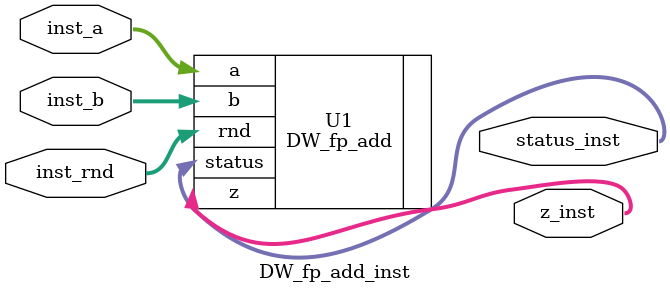
<source format=v>

                                               
`define Q_STATE_OUTPUT_SRAM_ADDRESS_UPPER_BOUND 32
`define Q_STATE_OUTPUT_SRAM_DATA_UPPER_BOUND  128
                                             
`define Q_STATE_INPUT_SRAM_ADDRESS_UPPER_BOUND 32
`define Q_STATE_INPUT_SRAM_DATA_UPPER_BOUND    128
                                             
`define SCRATCHPAD_SRAM_ADDRESS_UPPER_BOUND    32
`define SCRATCHPAD_SRAM_DATA_UPPER_BOUND       128
                                             
`define Q_GATES_SRAM_ADDRESS_UPPER_BOUND       32
`define Q_GATES_SRAM_DATA_UPPER_BOUND          128


`define MAX_NUM_QUBITS          4
`define LOG2_MAX_NUM_QUBITS     3



module Addr_Counter #(
    parameter ADDR_WIDTH = `Q_STATE_INPUT_SRAM_ADDRESS_UPPER_BOUND,
    parameter WIDTH = (1<<`MAX_NUM_QUBITS)
) (
    input wire reset_n,
    input wire clk,
    input wire clr,
    input wire rdscratch_wrinp,

    input wire [WIDTH-1:0] max,
    input wire [`MAX_NUM_QUBITS:0] bitmask,
    input wire [ADDR_WIDTH-1:0] q_gates_offset,

    output reg [ADDR_WIDTH-1:0] q_gates_addr,
    output reg [ADDR_WIDTH-1:0] q_input_addr, // this will connect to q_input_states_rd_addr and q_sratchpad_rd_addr, will switch automatically
    output reg [ADDR_WIDTH-1:0] q_output_addr, // this will connect to q_output_states_wr_addr and q_scratchpad_wr_addr
    output reg [ADDR_WIDTH-1:0] q_wr_input_addr,  // this will connect to q_input_states_wr_addr

    output reg done,
    output reg q_input_wr_en,
    output reg q_scratch_wr_en,
    output reg q_output_wr_en,
    output reg wraparound
);
  reg [WIDTH-1:0] Qcounter;
  wire isMax;
  wire [`MAX_NUM_QUBITS:0] QcounterMasked;
  assign isMax = Qcounter == max - 1;
  assign QcounterMasked = Qcounter & bitmask;

  always @(posedge clk) begin
    if (!reset_n) wraparound <= 0;
    // else if (clr) wraparound <= 0;
    else wraparound <= QcounterMasked == 0;
  end

  always @(posedge clk) begin
    if (!reset_n) Qcounter <= 0;
    else begin
      if (clr) Qcounter <= 0;
      else if (isMax) Qcounter <= Qcounter;
      else Qcounter <= Qcounter + 1;
    end
  end

  always @(posedge clk)
    if (!reset_n) q_gates_addr <= 0;
    else q_gates_addr <= clr ? 0 : (Qcounter + q_gates_offset);

  always @(posedge clk)
    if (!reset_n) q_input_addr <= 0;
    else q_input_addr <= clr ? 0 : (QcounterMasked + !rdscratch_wrinp);


  // wire output_counter_control;
  // assign output_counter_control = (Qcounter[2:0])==4;
  reg output_counter_control,output_counter_control1,output_counter_control2,output_counter_control3;
  wire output_counter_control_d;
  assign output_counter_control_d = QcounterMasked==0;
  always @(posedge clk)
    if(!reset_n) begin
      output_counter_control<=0;
    output_counter_control1<=0;
    end else if (clr) begin
       output_counter_control<=0;
       output_counter_control1<=0;
    end else begin
       output_counter_control1<=output_counter_control_d;
       output_counter_control2<=output_counter_control1;
       output_counter_control3<=output_counter_control2;
       output_counter_control<=output_counter_control3;
    end
  always @(posedge clk)
    if (!reset_n) begin
      q_output_addr <= 0;
      q_wr_input_addr <= 0;
    end else if(clr) begin
      q_output_addr <= 0;
      q_wr_input_addr <= 0;
    end 
    // else if(isMax) begin
    //   q_output_addr <= q_output_addr;
    //   q_wr_input_addr <= q_wr_input_addr;
    // end 
    else if (output_counter_control) begin
      q_output_addr <= q_wr_input_addr; // or assign q_output_addr = q_wr_input_addr - 1
      q_wr_input_addr <= q_wr_input_addr + 1;
    end else begin
      q_output_addr <= q_output_addr;
      q_wr_input_addr <= q_wr_input_addr;
    end

  always @(posedge clk)
    if(!reset_n) begin
      q_input_wr_en <= 0;
      q_scratch_wr_en <= 0;
      q_output_wr_en <= 0;
    end else if (clr) begin
      q_input_wr_en <= 0;
      q_scratch_wr_en <= 0;
      q_output_wr_en <= 0;
    end else if (output_counter_control) begin
      q_input_wr_en <= rdscratch_wrinp;
      q_scratch_wr_en <= !rdscratch_wrinp;
      q_output_wr_en <= 1;
    end else begin
      q_input_wr_en <= q_input_wr_en;
      q_scratch_wr_en <= q_scratch_wr_en;
      q_output_wr_en <= q_output_wr_en;
    end

    reg done1,done2,done3;
    always @(posedge clk) begin
      if(!reset_n) begin
        done <= 0;
        done1 <= 0;
        done2 <= 0;
        done3 <= 0;
      end else if (clr) begin
        done <= 0;
        done1 <= 0;
        done2 <= 0;
        done3 <= 0;
      end else begin
        done1 <= isMax;
        done2 <= done1;
        done3 <= done2;
        done <= done3;
      end
    end


endmodule

//---------------------------------------------------------------------------
// DUT 
//---------------------------------------------------------------------------
module MyDesign (
    //---------------------------------------------------------------------------
    //System signals
    input wire reset_n,
    input wire clk,

    //---------------------------------------------------------------------------
    //Control signals
    input  wire dut_valid,
    output wire dut_ready,

    //---------------------------------------------------------------------------
    //q_state_input SRAM interface
    output wire                                               q_state_input_sram_write_enable,
    output wire [`Q_STATE_INPUT_SRAM_ADDRESS_UPPER_BOUND-1:0] q_state_input_sram_write_address,
    output wire [   `Q_STATE_INPUT_SRAM_DATA_UPPER_BOUND-1:0] q_state_input_sram_write_data,
    output wire [`Q_STATE_INPUT_SRAM_ADDRESS_UPPER_BOUND-1:0] q_state_input_sram_read_address,
    input  wire [   `Q_STATE_INPUT_SRAM_DATA_UPPER_BOUND-1:0] q_state_input_sram_read_data,

    //---------------------------------------------------------------------------
    //q_state_output SRAM interface
    output wire                                                q_state_output_sram_write_enable,
    output wire [`Q_STATE_OUTPUT_SRAM_ADDRESS_UPPER_BOUND-1:0] q_state_output_sram_write_address,
    output wire [   `Q_STATE_OUTPUT_SRAM_DATA_UPPER_BOUND-1:0] q_state_output_sram_write_data,
    output wire [`Q_STATE_OUTPUT_SRAM_ADDRESS_UPPER_BOUND-1:0] q_state_output_sram_read_address,
    input  wire [   `Q_STATE_OUTPUT_SRAM_DATA_UPPER_BOUND-1:0] q_state_output_sram_read_data,

    //---------------------------------------------------------------------------
    //scratchpad SRAM interface
    output wire                                            scratchpad_sram_write_enable,
    output wire [`SCRATCHPAD_SRAM_ADDRESS_UPPER_BOUND-1:0] scratchpad_sram_write_address,
    output wire [   `SCRATCHPAD_SRAM_DATA_UPPER_BOUND-1:0] scratchpad_sram_write_data,
    output wire [`SCRATCHPAD_SRAM_ADDRESS_UPPER_BOUND-1:0] scratchpad_sram_read_address,
    input  wire [   `SCRATCHPAD_SRAM_DATA_UPPER_BOUND-1:0] scratchpad_sram_read_data,

    //---------------------------------------------------------------------------
    //q_gates SRAM interface
    output wire                                         q_gates_sram_write_enable,
    output wire [`Q_GATES_SRAM_ADDRESS_UPPER_BOUND-1:0] q_gates_sram_write_address,
    output wire [   `Q_GATES_SRAM_DATA_UPPER_BOUND-1:0] q_gates_sram_write_data,
    output wire [`Q_GATES_SRAM_ADDRESS_UPPER_BOUND-1:0] q_gates_sram_read_address,
    input  wire [   `Q_GATES_SRAM_DATA_UPPER_BOUND-1:0] q_gates_sram_read_data
);

  assign q_gates_sram_write_enable = 0;

  localparam inst_sig_width = 52;
  localparam inst_exp_width = 11;
  localparam inst_ieee_compliance = 3;

  // datapath values
  reg [`Q_STATE_INPUT_SRAM_DATA_UPPER_BOUND-1:0] QM;
  wire [`LOG2_MAX_NUM_QUBITS-1:0] Q;
  wire [(`Q_STATE_INPUT_SRAM_DATA_UPPER_BOUND-1)/2:0] M;
  reg [`MAX_NUM_QUBITS:0] Qshift; // this will equal to 2^Q
  reg [(1<<`MAX_NUM_QUBITS)-1:0] Qshift_squared; // this will equal to 2^2Q
  reg [`MAX_NUM_QUBITS:0] bitmask; // this will max at 2^Q - 1
  reg [`SCRATCHPAD_SRAM_ADDRESS_UPPER_BOUND-1:0] q_gates_offset;
  reg /*[(`Q_STATE_INPUT_SRAM_DATA_UPPER_BOUND/2)-1:0]*/[4:0] MCounter;
  wire Addr_counter_done;
  wire [(inst_sig_width+inst_exp_width+1)*2-1:0] sum_calculation;
  wire addr_count_wraparound;
  reg rdscratch_wrinp;

  assign scratchpad_sram_write_data = sum_calculation;
  assign q_state_output_sram_write_data = sum_calculation;
  assign q_state_input_sram_write_data = sum_calculation;

  // control signals
  reg dut_ready_r;
  reg storeQM;
  reg clr_Addr_Count;
  reg load_MCounter;
  reg en_MCounter;
  reg en_q_gates_offset;
  reg clr_q_gates_offset;
  reg clr_sum_reg, clr_sum_reg1, clr_sum_reg2, clr_sum_reg3;
  reg clr_rdscratch_wrinp;
  reg en_rdscratch_wrinp;


  // assigns
  assign dut_ready = dut_ready_r;
  assign Q = QM[`Q_STATE_INPUT_SRAM_DATA_UPPER_BOUND-1:1 + (`Q_STATE_INPUT_SRAM_DATA_UPPER_BOUND-1)/2];
  assign M = QM[(`Q_STATE_INPUT_SRAM_DATA_UPPER_BOUND/2)-1:0];
  // assign Qshift = 1 << Q;
  // assign Qshift_squared = Qshift << Q;
  // assign bitmask = Qshift - 1;
  always @ (*) begin // NOTE: This state machine assumes a max of 4 qubits
    casex(Q)
      3'bx01: begin
        Qshift = 2;
        Qshift_squared = 4;
        bitmask = 1;
      end
      3'bx10: begin
        Qshift = 4;
        Qshift_squared = 16;
        bitmask = 3;
      end
      3'bx11: begin
        Qshift = 8;
        Qshift_squared = 64;
        bitmask = 7;
      end
      3'b1xx: begin
        Qshift = 16;
        Qshift_squared = 256;
        bitmask = 15;
      end
      default: begin
        Qshift = 1'bx;
        Qshift_squared = 1'bx;
        bitmask = 1'bx;
      end
    endcase
  end

  // controller
  localparam RESET = 0;
  localparam IDLE = 1;
  localparam INITIALIZE = 2;
  localparam CALCULATE_PARAMETERS = 3;
  localparam CALCULATE = 4;
  localparam WRITEBACK1 = 5;
  localparam WRITEBACK2 = 6;

  reg [3:0] state, nextState;
  always @(posedge clk) begin
    if (!reset_n) state = RESET;
    else state = nextState;
  end

  always @(*) begin
    dut_ready_r = 0;
    storeQM = 0;
    clr_Addr_Count = 1;
    load_MCounter = 0;
    en_MCounter = 0;
    en_q_gates_offset = 0;
    clr_q_gates_offset = 1;
    clr_sum_reg = 1;
    clr_rdscratch_wrinp = 1;
    en_rdscratch_wrinp = 0;
    case (state)
      RESET: begin
        nextState = IDLE;
      end
      IDLE: begin
        dut_ready_r = 1;
        if (dut_valid) nextState = INITIALIZE;
        else nextState = IDLE;
      end
      INITIALIZE: begin
        storeQM = 1;
        load_MCounter = 1;
        nextState = CALCULATE_PARAMETERS;
      end
      CALCULATE_PARAMETERS: begin
        load_MCounter = 1;
        nextState = CALCULATE;
      end
      CALCULATE: begin
        clr_sum_reg = addr_count_wraparound;
        clr_Addr_Count = 0;
        clr_q_gates_offset = 0;
        clr_rdscratch_wrinp = 0;
        if (Addr_counter_done) begin
          nextState = WRITEBACK1;
        end else begin
          nextState = CALCULATE;
        end
      end
      WRITEBACK1: begin
        en_MCounter = 0;
        clr_q_gates_offset = 0;
        en_q_gates_offset = 0;
        clr_rdscratch_wrinp = 0;
        en_rdscratch_wrinp = 0;
        clr_Addr_Count = 1;
        nextState = WRITEBACK2;
      end
      WRITEBACK2: begin
        if (MCounter == 1) begin
          en_rdscratch_wrinp = 0;
          clr_Addr_Count = 0;
          en_MCounter = 0;
          nextState = RESET;
        end else begin
          en_MCounter = 1;
          clr_q_gates_offset = 0;
          en_q_gates_offset = 1;
          clr_rdscratch_wrinp = 0;
          en_rdscratch_wrinp = 1;
          clr_Addr_Count = 1;
          nextState = CALCULATE;
        end
      end
      default: nextState = RESET;
    endcase
  end
  // datapath
  always @(posedge clk)
    if (!reset_n) QM <= 0;
    else if (storeQM) QM <= q_state_input_sram_read_data;
    else QM <= QM;

  always @(posedge clk)
    if (!reset_n) MCounter <= 0;
    else if (load_MCounter) MCounter <= M;
    else if (en_MCounter) MCounter <= MCounter - 1;
    else MCounter <= MCounter;

  always @(posedge clk)
    if (!reset_n) q_gates_offset <= 0;
    else if (clr_q_gates_offset) q_gates_offset <= 0;
    else if (en_q_gates_offset) q_gates_offset <= q_gates_offset + Qshift_squared;
    else q_gates_offset <= q_gates_offset;

  always @(posedge clk)
    if (!reset_n) rdscratch_wrinp <= 0;
    else if (clr_rdscratch_wrinp) rdscratch_wrinp <= 0;
    else if (en_rdscratch_wrinp) rdscratch_wrinp <= !rdscratch_wrinp;
    else rdscratch_wrinp <= rdscratch_wrinp;



  wire [`Q_STATE_INPUT_SRAM_ADDRESS_UPPER_BOUND-1:0] q_input_addr, q_output_addr;
  assign q_state_input_sram_read_address = q_input_addr;
  assign scratchpad_sram_read_address = q_input_addr;
  assign q_state_output_sram_write_address = q_output_addr;
  assign scratchpad_sram_write_address = q_output_addr;
  Addr_Counter address_counter (
      .reset_n(reset_n),
      .clk(clk),
      .clr(clr_Addr_Count),
      .rdscratch_wrinp(rdscratch_wrinp),
      .max(Qshift_squared),
      .bitmask(bitmask),
      .q_gates_offset(q_gates_offset),
      .q_gates_addr(q_gates_sram_read_address),
      .q_input_addr(q_input_addr), // this will connect to q_input_states_rd_addr and q_sratchpad_rd_addr, will switch automatically
      .q_output_addr(q_output_addr), // this will connect to q_output_states_wr_addr and q_scratchpad_wr_addr
      .q_wr_input_addr(q_state_input_sram_write_address), // this will connect to q_input_states_wr_addr
      .done(Addr_counter_done),
      .q_input_wr_en(q_state_input_sram_write_enable),
      .q_scratch_wr_en(scratchpad_sram_write_enable),
      .q_output_wr_en(q_state_output_sram_write_enable),
      .wraparound(addr_count_wraparound)
  );

  always @(posedge clk)
    if (!reset_n) begin
      clr_sum_reg1 <= 0;
      clr_sum_reg2 <= 0;
      clr_sum_reg3 <= 0;
    end else begin
      clr_sum_reg1 <= clr_sum_reg;
      clr_sum_reg2 <= clr_sum_reg1;
      clr_sum_reg3 <= clr_sum_reg2;
    end

  reg enInput1, enInput2, enInput3;
  always @(posedge clk)
    if (!reset_n) begin
      enInput1 <= 0;
      enInput2 <= 0;
      enInput3 <= 0;
    end else begin
      if (state == CALCULATE) begin
        enInput1 <= 1;
        enInput2 <= enInput1;
        enInput3 <= enInput2;
      end else begin
        enInput1 <= 0;
        enInput2 <= 0;
        enInput3 <= 0;
      end
    end

  ArithmeticUnit ALU (
      .clk(clk),
      .reset_n(reset_n),
      .squash(clr_sum_reg3),
      .inst_rnd(3'b000),
      .enInput(enInput3),
      .Aselect(rdscratch_wrinp),
      .A1(scratchpad_sram_read_data),
      .A2(q_state_input_sram_read_data),
      .B(q_gates_sram_read_data),
      .prev(sum_calculation),
      .result(sum_calculation)
  );

endmodule

module ArithmeticUnit #(
    parameter inst_sig_width = 52,
    parameter inst_exp_width = 11,
    parameter inst_ieee_compliance = 3
) (
    input wire clk,
    input wire reset_n,
    input wire squash,
    input wire [2:0] inst_rnd,

    input wire enInput,
    input wire Aselect,
    input wire [(inst_sig_width+inst_exp_width+1)*2-1 : 0] A1,
    input wire [(inst_sig_width+inst_exp_width+1)*2-1 : 0] A2,
    input wire [(inst_sig_width+inst_exp_width+1)*2-1 : 0] B,
    input wire [(inst_sig_width+inst_exp_width+1)*2-1 : 0] prev,

    output wire [(inst_sig_width+inst_exp_width+1)*2-1 : 0] result
);

  wire [(inst_sig_width+inst_exp_width+1)*2-1 : 0] A;
  assign A = Aselect? A1:A2;
  wire [inst_sig_width+inst_exp_width : 0] Areal, Aimag, Breal, Bimag, prevreal, previmag;
  assign Areal = A[(inst_sig_width+inst_exp_width+1)*2-1:inst_sig_width+inst_exp_width+1];
  assign Aimag = A[inst_sig_width+inst_exp_width:0];
  assign Breal = B[(inst_sig_width+inst_exp_width+1)*2-1:inst_sig_width+inst_exp_width+1];
  assign Bimag = B[inst_sig_width+inst_exp_width:0];
  assign prevreal = prev[(inst_sig_width+inst_exp_width+1)*2-1:inst_sig_width+inst_exp_width+1];
  assign previmag = prev[inst_sig_width+inst_exp_width:0];

  // pipeline stage 1
  wire [inst_sig_width+inst_exp_width : 0] term1_d;
  reg [inst_sig_width+inst_exp_width : 0] term1_q;
  wire [7 : 0] status_term1;
  wire [inst_sig_width+inst_exp_width : 0] term2;
  reg [inst_sig_width+inst_exp_width : 0] term2negative_q;
  wire [inst_sig_width+inst_exp_width : 0] term2negative_d;
  assign term2negative_d = {
    ~term2[inst_sig_width+inst_exp_width], term2[inst_sig_width+inst_exp_width-1 : 0]
  };
  wire [7 : 0] status_term2;
  wire [inst_sig_width+inst_exp_width : 0] term3_d;
  reg [inst_sig_width+inst_exp_width : 0] term3_q;
  wire [7 : 0] status_term3;
  wire [inst_sig_width+inst_exp_width : 0] term4_d;
  reg [inst_sig_width+inst_exp_width : 0] term4_q;
  wire [7 : 0] status_term4;
  always @(posedge clk) begin
    if (!reset_n) begin
      term1_q <= 0;
      term2negative_q <= 0;
      term3_q <= 0;
      term4_q <= 0;
    end else begin
      term1_q <= enInput ? term1_d : 0;
      term2negative_q <= enInput ? term2negative_d : 0;
      term3_q <= enInput ? term3_d : 0;
      term4_q <= enInput ? term4_d : 0;
    end
  end

  // pipeline stage 2
  wire [inst_sig_width+inst_exp_width : 0] sumreal_d;
  reg [inst_sig_width+inst_exp_width : 0] sumreal_q;
  wire [7 : 0] status_sumreal;
  wire [inst_sig_width+inst_exp_width : 0] sumimag_d;
  reg [inst_sig_width+inst_exp_width : 0] sumimag_q;
  wire [7 : 0] status_sumimag;
  always @(posedge clk) begin
    if (!reset_n) begin
      sumreal_q <= 0;
      sumimag_q <= 0;
    end else begin
      sumreal_q <= sumreal_d;
      sumimag_q <= sumimag_d;
    end
  end

  // pipeline stage 3
  wire [inst_sig_width+inst_exp_width : 0] resultreal_d;
  reg [inst_sig_width+inst_exp_width : 0] resultreal_q;
  wire [7 : 0] status_resultreal;
  wire [inst_sig_width+inst_exp_width : 0] resultimag_d;
  reg [inst_sig_width+inst_exp_width : 0] resultimag_q;
  wire [7 : 0] status_resultimag;
  always @(posedge clk) begin
    if (!reset_n) begin
      resultreal_q <= 0;
      resultimag_q <= 0;
    end else begin
      resultreal_q <= squash ? sumreal_q : resultreal_d;
      resultimag_q <= squash ? sumimag_q : resultimag_d;
    end
  end

  assign result = {resultreal_q, resultimag_q};


  // This is test stub for passing input/outputs to a DP_fp_mac, there many
  // more DW macros that you can choose to use

  DW_fp_mult_inst FP_MULT_TERM1 (
      Areal,
      Breal,
      inst_rnd,
      term1_d,
      status_term1
  );
  DW_fp_mult_inst FP_MULT_TERM2 (
      Aimag,
      Bimag,
      inst_rnd,
      term2,
      status_term2
  );
  DW_fp_mult_inst FP_MULT_TERM3 (
      Areal,
      Bimag,
      inst_rnd,
      term3_d,
      status_term3
  );
  DW_fp_mult_inst FP_MULT_TERM4 (
      Aimag,
      Breal,
      inst_rnd,
      term4_d,
      status_term4
  );

  DW_fp_add_inst FP_ADD_SUMREAL (
      term1_q,
      term2negative_q,
      inst_rnd,
      sumreal_d,
      status_sumreal
  );
  DW_fp_add_inst FP_ADD_SUMIMAG (
      term3_q,
      term4_q,
      inst_rnd,
      sumimag_d,
      status_sumimag
  );

  DW_fp_add_inst FP_ADD_RESULTREAL (
      sumreal_q,
      prevreal,
      inst_rnd,
      resultreal_d,
      status_resultreal
  );
  DW_fp_add_inst FP_ADD_RESULTIMAG (
      sumimag_q,
      previmag,
      inst_rnd,
      resultimag_d,
      status_resultimag
  );


endmodule











module DW_fp_mac_inst #(
    parameter inst_sig_width = 52,
    parameter inst_exp_width = 11,
    parameter inst_ieee_compliance = 1  // These need to be fixed to decrease error
) (
    input wire [inst_sig_width+inst_exp_width : 0] inst_a,
    input wire [inst_sig_width+inst_exp_width : 0] inst_b,
    input wire [inst_sig_width+inst_exp_width : 0] inst_c,
    input wire [2 : 0] inst_rnd,
    output wire [inst_sig_width+inst_exp_width : 0] z_inst,
    output wire [7 : 0] status_inst
);

  // Instance of DW_fp_mac
  DW_fp_mac #(inst_sig_width, inst_exp_width, inst_ieee_compliance) U1 (
      .a(inst_a),
      .b(inst_b),
      .c(inst_c),
      .rnd(inst_rnd),
      .z(z_inst),
      .status(status_inst)
  );

endmodule


module DW_fp_mult_inst #(
    parameter inst_sig_width = 52,
    parameter inst_exp_width = 11,
    parameter inst_ieee_compliance = 1  // These need to be fixed to decrease error
) (
    input wire [inst_sig_width+inst_exp_width : 0] inst_a,
    input wire [inst_sig_width+inst_exp_width : 0] inst_b,
    input wire [2 : 0] inst_rnd,
    output wire [inst_sig_width+inst_exp_width : 0] z_inst,
    output wire [7 : 0] status_inst
);

  // Instance of DW_fp_mult
  DW_fp_mult #(inst_sig_width, inst_exp_width, inst_ieee_compliance) U1 (
      .a(inst_a),
      .b(inst_b),
      .rnd(inst_rnd),
      .z(z_inst),
      .status(status_inst)
  );

endmodule

module DW_fp_add_inst #(
    parameter inst_sig_width = 52,
    parameter inst_exp_width = 11,
    parameter inst_ieee_compliance = 1  // These need to be fixed to decrease error
) (
    input wire [inst_sig_width+inst_exp_width : 0] inst_a,
    input wire [inst_sig_width+inst_exp_width : 0] inst_b,
    input wire [2 : 0] inst_rnd,
    output wire [inst_sig_width+inst_exp_width : 0] z_inst,
    output wire [7 : 0] status_inst
);

  // Instance of DW_fp_add
  DW_fp_add #(inst_sig_width, inst_exp_width, inst_ieee_compliance) U1 (
      .a(inst_a),
      .b(inst_b),
      .rnd(inst_rnd),
      .z(z_inst),
      .status(status_inst)
  );

endmodule










// module ArithmeticUnit #(
//     parameter inst_sig_width = 52,
//     parameter inst_exp_width = 11,
//     parameter inst_ieee_compliance = 3
// ) (
//     input wire clk,
//     input wire reset_n,
//     input wire squash,
//     input wire [2:0] inst_rnd,

//     input wire enInput,
//     input wire Aselect,
//     input wire [(inst_sig_width+inst_exp_width+1)*2-1 : 0] A1,
//     input wire [(inst_sig_width+inst_exp_width+1)*2-1 : 0] A2,
//     input wire [(inst_sig_width+inst_exp_width+1)*2-1 : 0] B,
//     input wire [(inst_sig_width+inst_exp_width+1)*2-1 : 0] prev,

//     output wire [(inst_sig_width+inst_exp_width+1)*2-1 : 0] result
// );

//   wire [inst_sig_width+inst_exp_width : 0] resultreal_d;
//   reg [inst_sig_width+inst_exp_width : 0] resultreal_q;
//   wire [7 : 0] status_resultreal;
//   wire [inst_sig_width+inst_exp_width : 0] resultimag_d;
//   reg [inst_sig_width+inst_exp_width : 0] resultimag_q;
//   wire [7 : 0] status_resultimag;

//   wire [(inst_sig_width+inst_exp_width+1)*2-1 : 0] A;
//   assign A = Aselect? A1:A2;
//   wire [inst_sig_width+inst_exp_width : 0] Areal, Aimag, Breal, Bimag, prevreal, previmag;
//   assign Areal = enInput ? A[(inst_sig_width+inst_exp_width+1)*2-1:inst_sig_width+inst_exp_width+1] : 0;
//   assign Aimag = enInput ? A[inst_sig_width+inst_exp_width:0] : 0;
//   assign Breal = enInput ? B[(inst_sig_width+inst_exp_width+1)*2-1:inst_sig_width+inst_exp_width+1] : 0;
//   assign Bimag = enInput ? B[inst_sig_width+inst_exp_width:0] : 0;
//   assign prevreal = squash ? 128'b0:resultreal_d;
//   assign previmag = squash ? 128'b0:resultimag_d;
//   reg [inst_sig_width+inst_exp_width : 0] Areal_q, Aimag_q, AimagNegative_q, Breal_q, Bimag_q, Areal_q_1, Breal_q_1, Bimag_q_1;
//   always @(posedge clk) begin
//     if (!reset_n) begin
//       Areal_q <= 0;
//       Aimag_q <= 0;
//       AimagNegative_q <= 0;
//       Breal_q <= 0;
//       Bimag_q <= 0;
//       Areal_q_1 <= 0;
//       Breal_q_1 <= 0;
//       Bimag_q_1 <= 0;
//     end else begin
//       Areal_q <= Areal;
//       Aimag_q<=Aimag;
//       AimagNegative_q <= {~Aimag[inst_sig_width+inst_exp_width],Aimag[inst_sig_width+inst_exp_width-1:0]};
//       Breal_q <= Breal;
//       Bimag_q <= Bimag;
//       Areal_q_1 <= Areal_q;
//       Breal_q_1 <= Breal_q;
//       Bimag_q_1 <= Bimag_q;
//     end
//   end

//   // pipeline stage 1
//   wire [inst_sig_width+inst_exp_width : 0] term1_d;
//   reg [inst_sig_width+inst_exp_width : 0] term1_q;
//   wire [inst_sig_width+inst_exp_width : 0] term2_d;
//   reg [inst_sig_width+inst_exp_width : 0] term2_q;
//   wire [7:0] status_term1,status_term2;
//   always @(posedge clk) begin
//     if (!reset_n) begin
//       term1_q <= 0;
//       term2_q <= 0;
//     end else begin
//       term1_q <= term1_d;
//       term2_q <= term2_d;
//     end
//   end


//   // pipeline stage 3
//   always @(posedge clk) begin
//     if (!reset_n) begin
//       resultreal_q <= 0;
//       resultimag_q <= 0;
//     end else begin
//       resultreal_q <= resultreal_d;
//       resultimag_q <= resultimag_d;
//     end
//   end

//   assign result = {resultreal_q, resultimag_q};



  // DW_fp_mac_inst FP_MAC_TERM1 (
  //   .inst_a(AimagNegative_q),
  //   .inst_b(Bimag_q),
  //   .inst_c(prevreal),
  //   .inst_rnd(inst_rnd),
  //   .z_inst(term1_d),
  //   .status_inst(status_term1)
  // );

  // DW_fp_mac_inst FP_MAC_TERM2 (
  //   .inst_a(Aimag_q),
  //   .inst_b(Breal_q),
  //   .inst_c(previmag),
  //   .inst_rnd(inst_rnd),
  //   .z_inst(term2_d),
  //   .status_inst(status_term2)
  // );

  // DW_fp_mac_inst FP_MAC_SUMREAL (
  //   .inst_a(Areal_q_1),
  //   .inst_b(Breal_q_1),
  //   .inst_c(term1_q),
  //   .inst_rnd(inst_rnd),
  //   .z_inst(resultreal_d),
  //   .status_inst(status_resultreal)
  // );

  // DW_fp_mac_inst FP_MAC_SUMIMAG (
  //   .inst_a(Areal_q_1),
  //   .inst_b(Bimag_q_1),
  //   .inst_c(term2_q),
  //   .inst_rnd(inst_rnd),
  //   .z_inst(resultimag_d),
  //   .status_inst(status_resultimag)
  // );


// endmodule









</source>
